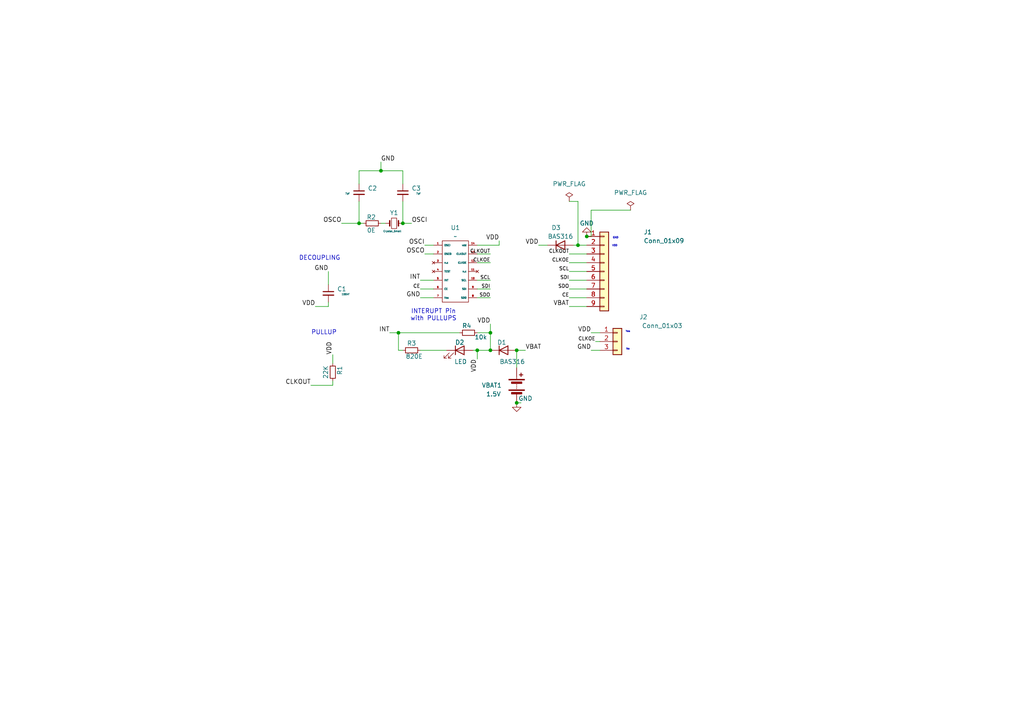
<source format=kicad_sch>
(kicad_sch
	(version 20231120)
	(generator "eeschema")
	(generator_version "8.0")
	(uuid "75b1208d-a3c8-4426-b94d-d268bbd8a74d")
	(paper "A4")
	(lib_symbols
		(symbol "Connector_Generic:Conn_01x03"
			(pin_names
				(offset 1.016) hide)
			(exclude_from_sim no)
			(in_bom yes)
			(on_board yes)
			(property "Reference" "J"
				(at 0 5.08 0)
				(effects
					(font
						(size 1.27 1.27)
					)
				)
			)
			(property "Value" "Conn_01x03"
				(at 0 -5.08 0)
				(effects
					(font
						(size 1.27 1.27)
					)
				)
			)
			(property "Footprint" ""
				(at 0 0 0)
				(effects
					(font
						(size 1.27 1.27)
					)
					(hide yes)
				)
			)
			(property "Datasheet" "~"
				(at 0 0 0)
				(effects
					(font
						(size 1.27 1.27)
					)
					(hide yes)
				)
			)
			(property "Description" "Generic connector, single row, 01x03, script generated (kicad-library-utils/schlib/autogen/connector/)"
				(at 0 0 0)
				(effects
					(font
						(size 1.27 1.27)
					)
					(hide yes)
				)
			)
			(property "ki_keywords" "connector"
				(at 0 0 0)
				(effects
					(font
						(size 1.27 1.27)
					)
					(hide yes)
				)
			)
			(property "ki_fp_filters" "Connector*:*_1x??_*"
				(at 0 0 0)
				(effects
					(font
						(size 1.27 1.27)
					)
					(hide yes)
				)
			)
			(symbol "Conn_01x03_1_1"
				(rectangle
					(start -1.27 -2.413)
					(end 0 -2.667)
					(stroke
						(width 0.1524)
						(type default)
					)
					(fill
						(type none)
					)
				)
				(rectangle
					(start -1.27 0.127)
					(end 0 -0.127)
					(stroke
						(width 0.1524)
						(type default)
					)
					(fill
						(type none)
					)
				)
				(rectangle
					(start -1.27 2.667)
					(end 0 2.413)
					(stroke
						(width 0.1524)
						(type default)
					)
					(fill
						(type none)
					)
				)
				(rectangle
					(start -1.27 3.81)
					(end 1.27 -3.81)
					(stroke
						(width 0.254)
						(type default)
					)
					(fill
						(type background)
					)
				)
				(pin passive line
					(at -5.08 2.54 0)
					(length 3.81)
					(name "Pin_1"
						(effects
							(font
								(size 1.27 1.27)
							)
						)
					)
					(number "1"
						(effects
							(font
								(size 1.27 1.27)
							)
						)
					)
				)
				(pin passive line
					(at -5.08 0 0)
					(length 3.81)
					(name "Pin_2"
						(effects
							(font
								(size 1.27 1.27)
							)
						)
					)
					(number "2"
						(effects
							(font
								(size 1.27 1.27)
							)
						)
					)
				)
				(pin passive line
					(at -5.08 -2.54 0)
					(length 3.81)
					(name "Pin_3"
						(effects
							(font
								(size 1.27 1.27)
							)
						)
					)
					(number "3"
						(effects
							(font
								(size 1.27 1.27)
							)
						)
					)
				)
			)
		)
		(symbol "Connector_Generic:Conn_01x09"
			(pin_names
				(offset 1.016) hide)
			(exclude_from_sim no)
			(in_bom yes)
			(on_board yes)
			(property "Reference" "J"
				(at 0 12.7 0)
				(effects
					(font
						(size 1.27 1.27)
					)
				)
			)
			(property "Value" "Conn_01x09"
				(at 0 -12.7 0)
				(effects
					(font
						(size 1.27 1.27)
					)
				)
			)
			(property "Footprint" ""
				(at 0 0 0)
				(effects
					(font
						(size 1.27 1.27)
					)
					(hide yes)
				)
			)
			(property "Datasheet" "~"
				(at 0 0 0)
				(effects
					(font
						(size 1.27 1.27)
					)
					(hide yes)
				)
			)
			(property "Description" "Generic connector, single row, 01x09, script generated (kicad-library-utils/schlib/autogen/connector/)"
				(at 0 0 0)
				(effects
					(font
						(size 1.27 1.27)
					)
					(hide yes)
				)
			)
			(property "ki_keywords" "connector"
				(at 0 0 0)
				(effects
					(font
						(size 1.27 1.27)
					)
					(hide yes)
				)
			)
			(property "ki_fp_filters" "Connector*:*_1x??_*"
				(at 0 0 0)
				(effects
					(font
						(size 1.27 1.27)
					)
					(hide yes)
				)
			)
			(symbol "Conn_01x09_1_1"
				(rectangle
					(start -1.27 -10.033)
					(end 0 -10.287)
					(stroke
						(width 0.1524)
						(type default)
					)
					(fill
						(type none)
					)
				)
				(rectangle
					(start -1.27 -7.493)
					(end 0 -7.747)
					(stroke
						(width 0.1524)
						(type default)
					)
					(fill
						(type none)
					)
				)
				(rectangle
					(start -1.27 -4.953)
					(end 0 -5.207)
					(stroke
						(width 0.1524)
						(type default)
					)
					(fill
						(type none)
					)
				)
				(rectangle
					(start -1.27 -2.413)
					(end 0 -2.667)
					(stroke
						(width 0.1524)
						(type default)
					)
					(fill
						(type none)
					)
				)
				(rectangle
					(start -1.27 0.127)
					(end 0 -0.127)
					(stroke
						(width 0.1524)
						(type default)
					)
					(fill
						(type none)
					)
				)
				(rectangle
					(start -1.27 2.667)
					(end 0 2.413)
					(stroke
						(width 0.1524)
						(type default)
					)
					(fill
						(type none)
					)
				)
				(rectangle
					(start -1.27 5.207)
					(end 0 4.953)
					(stroke
						(width 0.1524)
						(type default)
					)
					(fill
						(type none)
					)
				)
				(rectangle
					(start -1.27 7.747)
					(end 0 7.493)
					(stroke
						(width 0.1524)
						(type default)
					)
					(fill
						(type none)
					)
				)
				(rectangle
					(start -1.27 10.287)
					(end 0 10.033)
					(stroke
						(width 0.1524)
						(type default)
					)
					(fill
						(type none)
					)
				)
				(rectangle
					(start -1.27 11.43)
					(end 1.27 -11.43)
					(stroke
						(width 0.254)
						(type default)
					)
					(fill
						(type background)
					)
				)
				(pin passive line
					(at -5.08 10.16 0)
					(length 3.81)
					(name "Pin_1"
						(effects
							(font
								(size 1.27 1.27)
							)
						)
					)
					(number "1"
						(effects
							(font
								(size 1.27 1.27)
							)
						)
					)
				)
				(pin passive line
					(at -5.08 7.62 0)
					(length 3.81)
					(name "Pin_2"
						(effects
							(font
								(size 1.27 1.27)
							)
						)
					)
					(number "2"
						(effects
							(font
								(size 1.27 1.27)
							)
						)
					)
				)
				(pin passive line
					(at -5.08 5.08 0)
					(length 3.81)
					(name "Pin_3"
						(effects
							(font
								(size 1.27 1.27)
							)
						)
					)
					(number "3"
						(effects
							(font
								(size 1.27 1.27)
							)
						)
					)
				)
				(pin passive line
					(at -5.08 2.54 0)
					(length 3.81)
					(name "Pin_4"
						(effects
							(font
								(size 1.27 1.27)
							)
						)
					)
					(number "4"
						(effects
							(font
								(size 1.27 1.27)
							)
						)
					)
				)
				(pin passive line
					(at -5.08 0 0)
					(length 3.81)
					(name "Pin_5"
						(effects
							(font
								(size 1.27 1.27)
							)
						)
					)
					(number "5"
						(effects
							(font
								(size 1.27 1.27)
							)
						)
					)
				)
				(pin passive line
					(at -5.08 -2.54 0)
					(length 3.81)
					(name "Pin_6"
						(effects
							(font
								(size 1.27 1.27)
							)
						)
					)
					(number "6"
						(effects
							(font
								(size 1.27 1.27)
							)
						)
					)
				)
				(pin passive line
					(at -5.08 -5.08 0)
					(length 3.81)
					(name "Pin_7"
						(effects
							(font
								(size 1.27 1.27)
							)
						)
					)
					(number "7"
						(effects
							(font
								(size 1.27 1.27)
							)
						)
					)
				)
				(pin passive line
					(at -5.08 -7.62 0)
					(length 3.81)
					(name "Pin_8"
						(effects
							(font
								(size 1.27 1.27)
							)
						)
					)
					(number "8"
						(effects
							(font
								(size 1.27 1.27)
							)
						)
					)
				)
				(pin passive line
					(at -5.08 -10.16 0)
					(length 3.81)
					(name "Pin_9"
						(effects
							(font
								(size 1.27 1.27)
							)
						)
					)
					(number "9"
						(effects
							(font
								(size 1.27 1.27)
							)
						)
					)
				)
			)
		)
		(symbol "Device:Battery"
			(pin_numbers hide)
			(pin_names
				(offset 0) hide)
			(exclude_from_sim no)
			(in_bom yes)
			(on_board yes)
			(property "Reference" "BT"
				(at 2.54 2.54 0)
				(effects
					(font
						(size 1.27 1.27)
					)
					(justify left)
				)
			)
			(property "Value" "Battery"
				(at 2.54 0 0)
				(effects
					(font
						(size 1.27 1.27)
					)
					(justify left)
				)
			)
			(property "Footprint" ""
				(at 0 1.524 90)
				(effects
					(font
						(size 1.27 1.27)
					)
					(hide yes)
				)
			)
			(property "Datasheet" "~"
				(at 0 1.524 90)
				(effects
					(font
						(size 1.27 1.27)
					)
					(hide yes)
				)
			)
			(property "Description" "Multiple-cell battery"
				(at 0 0 0)
				(effects
					(font
						(size 1.27 1.27)
					)
					(hide yes)
				)
			)
			(property "ki_keywords" "batt voltage-source cell"
				(at 0 0 0)
				(effects
					(font
						(size 1.27 1.27)
					)
					(hide yes)
				)
			)
			(symbol "Battery_0_1"
				(rectangle
					(start -2.286 -1.27)
					(end 2.286 -1.524)
					(stroke
						(width 0)
						(type default)
					)
					(fill
						(type outline)
					)
				)
				(rectangle
					(start -2.286 1.778)
					(end 2.286 1.524)
					(stroke
						(width 0)
						(type default)
					)
					(fill
						(type outline)
					)
				)
				(rectangle
					(start -1.524 -2.032)
					(end 1.524 -2.54)
					(stroke
						(width 0)
						(type default)
					)
					(fill
						(type outline)
					)
				)
				(rectangle
					(start -1.524 1.016)
					(end 1.524 0.508)
					(stroke
						(width 0)
						(type default)
					)
					(fill
						(type outline)
					)
				)
				(polyline
					(pts
						(xy 0 -1.016) (xy 0 -0.762)
					)
					(stroke
						(width 0)
						(type default)
					)
					(fill
						(type none)
					)
				)
				(polyline
					(pts
						(xy 0 -0.508) (xy 0 -0.254)
					)
					(stroke
						(width 0)
						(type default)
					)
					(fill
						(type none)
					)
				)
				(polyline
					(pts
						(xy 0 0) (xy 0 0.254)
					)
					(stroke
						(width 0)
						(type default)
					)
					(fill
						(type none)
					)
				)
				(polyline
					(pts
						(xy 0 1.778) (xy 0 2.54)
					)
					(stroke
						(width 0)
						(type default)
					)
					(fill
						(type none)
					)
				)
				(polyline
					(pts
						(xy 0.762 3.048) (xy 1.778 3.048)
					)
					(stroke
						(width 0.254)
						(type default)
					)
					(fill
						(type none)
					)
				)
				(polyline
					(pts
						(xy 1.27 3.556) (xy 1.27 2.54)
					)
					(stroke
						(width 0.254)
						(type default)
					)
					(fill
						(type none)
					)
				)
			)
			(symbol "Battery_1_1"
				(pin passive line
					(at 0 5.08 270)
					(length 2.54)
					(name "+"
						(effects
							(font
								(size 1.27 1.27)
							)
						)
					)
					(number "1"
						(effects
							(font
								(size 1.27 1.27)
							)
						)
					)
				)
				(pin passive line
					(at 0 -5.08 90)
					(length 2.54)
					(name "-"
						(effects
							(font
								(size 1.27 1.27)
							)
						)
					)
					(number "2"
						(effects
							(font
								(size 1.27 1.27)
							)
						)
					)
				)
			)
		)
		(symbol "Device:C_Small"
			(pin_numbers hide)
			(pin_names
				(offset 0.254) hide)
			(exclude_from_sim no)
			(in_bom yes)
			(on_board yes)
			(property "Reference" "C"
				(at 0.254 1.778 0)
				(effects
					(font
						(size 1.27 1.27)
					)
					(justify left)
				)
			)
			(property "Value" "C_Small"
				(at 0.254 -2.032 0)
				(effects
					(font
						(size 1.27 1.27)
					)
					(justify left)
				)
			)
			(property "Footprint" ""
				(at 0 0 0)
				(effects
					(font
						(size 1.27 1.27)
					)
					(hide yes)
				)
			)
			(property "Datasheet" "~"
				(at 0 0 0)
				(effects
					(font
						(size 1.27 1.27)
					)
					(hide yes)
				)
			)
			(property "Description" "Unpolarized capacitor, small symbol"
				(at 0 0 0)
				(effects
					(font
						(size 1.27 1.27)
					)
					(hide yes)
				)
			)
			(property "ki_keywords" "capacitor cap"
				(at 0 0 0)
				(effects
					(font
						(size 1.27 1.27)
					)
					(hide yes)
				)
			)
			(property "ki_fp_filters" "C_*"
				(at 0 0 0)
				(effects
					(font
						(size 1.27 1.27)
					)
					(hide yes)
				)
			)
			(symbol "C_Small_0_1"
				(polyline
					(pts
						(xy -1.524 -0.508) (xy 1.524 -0.508)
					)
					(stroke
						(width 0.3302)
						(type default)
					)
					(fill
						(type none)
					)
				)
				(polyline
					(pts
						(xy -1.524 0.508) (xy 1.524 0.508)
					)
					(stroke
						(width 0.3048)
						(type default)
					)
					(fill
						(type none)
					)
				)
			)
			(symbol "C_Small_1_1"
				(pin passive line
					(at 0 2.54 270)
					(length 2.032)
					(name "~"
						(effects
							(font
								(size 1.27 1.27)
							)
						)
					)
					(number "1"
						(effects
							(font
								(size 1.27 1.27)
							)
						)
					)
				)
				(pin passive line
					(at 0 -2.54 90)
					(length 2.032)
					(name "~"
						(effects
							(font
								(size 1.27 1.27)
							)
						)
					)
					(number "2"
						(effects
							(font
								(size 1.27 1.27)
							)
						)
					)
				)
			)
		)
		(symbol "Device:Crystal_Small"
			(pin_numbers hide)
			(pin_names
				(offset 1.016) hide)
			(exclude_from_sim no)
			(in_bom yes)
			(on_board yes)
			(property "Reference" "Y"
				(at 0 2.54 0)
				(effects
					(font
						(size 1.27 1.27)
					)
				)
			)
			(property "Value" "Crystal_Small"
				(at 0 -2.54 0)
				(effects
					(font
						(size 1.27 1.27)
					)
				)
			)
			(property "Footprint" ""
				(at 0 0 0)
				(effects
					(font
						(size 1.27 1.27)
					)
					(hide yes)
				)
			)
			(property "Datasheet" "~"
				(at 0 0 0)
				(effects
					(font
						(size 1.27 1.27)
					)
					(hide yes)
				)
			)
			(property "Description" "Two pin crystal, small symbol"
				(at 0 0 0)
				(effects
					(font
						(size 1.27 1.27)
					)
					(hide yes)
				)
			)
			(property "ki_keywords" "quartz ceramic resonator oscillator"
				(at 0 0 0)
				(effects
					(font
						(size 1.27 1.27)
					)
					(hide yes)
				)
			)
			(property "ki_fp_filters" "Crystal*"
				(at 0 0 0)
				(effects
					(font
						(size 1.27 1.27)
					)
					(hide yes)
				)
			)
			(symbol "Crystal_Small_0_1"
				(rectangle
					(start -0.762 -1.524)
					(end 0.762 1.524)
					(stroke
						(width 0)
						(type default)
					)
					(fill
						(type none)
					)
				)
				(polyline
					(pts
						(xy -1.27 -0.762) (xy -1.27 0.762)
					)
					(stroke
						(width 0.381)
						(type default)
					)
					(fill
						(type none)
					)
				)
				(polyline
					(pts
						(xy 1.27 -0.762) (xy 1.27 0.762)
					)
					(stroke
						(width 0.381)
						(type default)
					)
					(fill
						(type none)
					)
				)
			)
			(symbol "Crystal_Small_1_1"
				(pin passive line
					(at -2.54 0 0)
					(length 1.27)
					(name "1"
						(effects
							(font
								(size 1.27 1.27)
							)
						)
					)
					(number "1"
						(effects
							(font
								(size 1.27 1.27)
							)
						)
					)
				)
				(pin passive line
					(at 2.54 0 180)
					(length 1.27)
					(name "2"
						(effects
							(font
								(size 1.27 1.27)
							)
						)
					)
					(number "2"
						(effects
							(font
								(size 1.27 1.27)
							)
						)
					)
				)
			)
		)
		(symbol "Device:LED"
			(pin_numbers hide)
			(pin_names
				(offset 1.016) hide)
			(exclude_from_sim no)
			(in_bom yes)
			(on_board yes)
			(property "Reference" "D"
				(at 0 2.54 0)
				(effects
					(font
						(size 1.27 1.27)
					)
				)
			)
			(property "Value" "LED"
				(at 0 -2.54 0)
				(effects
					(font
						(size 1.27 1.27)
					)
				)
			)
			(property "Footprint" ""
				(at 0 0 0)
				(effects
					(font
						(size 1.27 1.27)
					)
					(hide yes)
				)
			)
			(property "Datasheet" "~"
				(at 0 0 0)
				(effects
					(font
						(size 1.27 1.27)
					)
					(hide yes)
				)
			)
			(property "Description" "Light emitting diode"
				(at 0 0 0)
				(effects
					(font
						(size 1.27 1.27)
					)
					(hide yes)
				)
			)
			(property "ki_keywords" "LED diode"
				(at 0 0 0)
				(effects
					(font
						(size 1.27 1.27)
					)
					(hide yes)
				)
			)
			(property "ki_fp_filters" "LED* LED_SMD:* LED_THT:*"
				(at 0 0 0)
				(effects
					(font
						(size 1.27 1.27)
					)
					(hide yes)
				)
			)
			(symbol "LED_0_1"
				(polyline
					(pts
						(xy -1.27 -1.27) (xy -1.27 1.27)
					)
					(stroke
						(width 0.254)
						(type default)
					)
					(fill
						(type none)
					)
				)
				(polyline
					(pts
						(xy -1.27 0) (xy 1.27 0)
					)
					(stroke
						(width 0)
						(type default)
					)
					(fill
						(type none)
					)
				)
				(polyline
					(pts
						(xy 1.27 -1.27) (xy 1.27 1.27) (xy -1.27 0) (xy 1.27 -1.27)
					)
					(stroke
						(width 0.254)
						(type default)
					)
					(fill
						(type none)
					)
				)
				(polyline
					(pts
						(xy -3.048 -0.762) (xy -4.572 -2.286) (xy -3.81 -2.286) (xy -4.572 -2.286) (xy -4.572 -1.524)
					)
					(stroke
						(width 0)
						(type default)
					)
					(fill
						(type none)
					)
				)
				(polyline
					(pts
						(xy -1.778 -0.762) (xy -3.302 -2.286) (xy -2.54 -2.286) (xy -3.302 -2.286) (xy -3.302 -1.524)
					)
					(stroke
						(width 0)
						(type default)
					)
					(fill
						(type none)
					)
				)
			)
			(symbol "LED_1_1"
				(pin passive line
					(at -3.81 0 0)
					(length 2.54)
					(name "K"
						(effects
							(font
								(size 1.27 1.27)
							)
						)
					)
					(number "1"
						(effects
							(font
								(size 1.27 1.27)
							)
						)
					)
				)
				(pin passive line
					(at 3.81 0 180)
					(length 2.54)
					(name "A"
						(effects
							(font
								(size 1.27 1.27)
							)
						)
					)
					(number "2"
						(effects
							(font
								(size 1.27 1.27)
							)
						)
					)
				)
			)
		)
		(symbol "Device:R_Small"
			(pin_numbers hide)
			(pin_names
				(offset 0.254) hide)
			(exclude_from_sim no)
			(in_bom yes)
			(on_board yes)
			(property "Reference" "R"
				(at 0.762 0.508 0)
				(effects
					(font
						(size 1.27 1.27)
					)
					(justify left)
				)
			)
			(property "Value" "R_Small"
				(at 0.762 -1.016 0)
				(effects
					(font
						(size 1.27 1.27)
					)
					(justify left)
				)
			)
			(property "Footprint" ""
				(at 0 0 0)
				(effects
					(font
						(size 1.27 1.27)
					)
					(hide yes)
				)
			)
			(property "Datasheet" "~"
				(at 0 0 0)
				(effects
					(font
						(size 1.27 1.27)
					)
					(hide yes)
				)
			)
			(property "Description" "Resistor, small symbol"
				(at 0 0 0)
				(effects
					(font
						(size 1.27 1.27)
					)
					(hide yes)
				)
			)
			(property "ki_keywords" "R resistor"
				(at 0 0 0)
				(effects
					(font
						(size 1.27 1.27)
					)
					(hide yes)
				)
			)
			(property "ki_fp_filters" "R_*"
				(at 0 0 0)
				(effects
					(font
						(size 1.27 1.27)
					)
					(hide yes)
				)
			)
			(symbol "R_Small_0_1"
				(rectangle
					(start -0.762 1.778)
					(end 0.762 -1.778)
					(stroke
						(width 0.2032)
						(type default)
					)
					(fill
						(type none)
					)
				)
			)
			(symbol "R_Small_1_1"
				(pin passive line
					(at 0 2.54 270)
					(length 0.762)
					(name "~"
						(effects
							(font
								(size 1.27 1.27)
							)
						)
					)
					(number "1"
						(effects
							(font
								(size 1.27 1.27)
							)
						)
					)
				)
				(pin passive line
					(at 0 -2.54 90)
					(length 0.762)
					(name "~"
						(effects
							(font
								(size 1.27 1.27)
							)
						)
					)
					(number "2"
						(effects
							(font
								(size 1.27 1.27)
							)
						)
					)
				)
			)
		)
		(symbol "Diode:BAS316"
			(pin_numbers hide)
			(pin_names hide)
			(exclude_from_sim no)
			(in_bom yes)
			(on_board yes)
			(property "Reference" "D"
				(at 0 2.54 0)
				(effects
					(font
						(size 1.27 1.27)
					)
				)
			)
			(property "Value" "BAS316"
				(at 0 -2.54 0)
				(effects
					(font
						(size 1.27 1.27)
					)
				)
			)
			(property "Footprint" "Diode_SMD:D_SOD-323"
				(at 0 -4.445 0)
				(effects
					(font
						(size 1.27 1.27)
					)
					(hide yes)
				)
			)
			(property "Datasheet" "https://assets.nexperia.com/documents/data-sheet/BAS16_SER.pdf"
				(at 0 0 0)
				(effects
					(font
						(size 1.27 1.27)
					)
					(hide yes)
				)
			)
			(property "Description" "100V, 0.25A, High-speed Switching Diode, SOD-323"
				(at 0 0 0)
				(effects
					(font
						(size 1.27 1.27)
					)
					(hide yes)
				)
			)
			(property "Sim.Device" "D"
				(at 0 0 0)
				(effects
					(font
						(size 1.27 1.27)
					)
					(hide yes)
				)
			)
			(property "Sim.Pins" "1=K 2=A"
				(at 0 0 0)
				(effects
					(font
						(size 1.27 1.27)
					)
					(hide yes)
				)
			)
			(property "ki_keywords" "diode"
				(at 0 0 0)
				(effects
					(font
						(size 1.27 1.27)
					)
					(hide yes)
				)
			)
			(property "ki_fp_filters" "D*SOD?323*"
				(at 0 0 0)
				(effects
					(font
						(size 1.27 1.27)
					)
					(hide yes)
				)
			)
			(symbol "BAS316_0_1"
				(polyline
					(pts
						(xy -1.27 1.27) (xy -1.27 -1.27)
					)
					(stroke
						(width 0.254)
						(type default)
					)
					(fill
						(type none)
					)
				)
				(polyline
					(pts
						(xy 1.27 0) (xy -1.27 0)
					)
					(stroke
						(width 0)
						(type default)
					)
					(fill
						(type none)
					)
				)
				(polyline
					(pts
						(xy 1.27 1.27) (xy 1.27 -1.27) (xy -1.27 0) (xy 1.27 1.27)
					)
					(stroke
						(width 0.254)
						(type default)
					)
					(fill
						(type none)
					)
				)
			)
			(symbol "BAS316_1_1"
				(pin passive line
					(at -3.81 0 0)
					(length 2.54)
					(name "K"
						(effects
							(font
								(size 1.27 1.27)
							)
						)
					)
					(number "1"
						(effects
							(font
								(size 1.27 1.27)
							)
						)
					)
				)
				(pin passive line
					(at 3.81 0 180)
					(length 2.54)
					(name "A"
						(effects
							(font
								(size 1.27 1.27)
							)
						)
					)
					(number "2"
						(effects
							(font
								(size 1.27 1.27)
							)
						)
					)
				)
			)
		)
		(symbol "PCF2123TS_RTC:PCF2123TS_RTC"
			(exclude_from_sim no)
			(in_bom yes)
			(on_board yes)
			(property "Reference" "U"
				(at -2.286 12.192 0)
				(effects
					(font
						(size 1.27 1.27)
					)
				)
			)
			(property "Value" ""
				(at -8.89 3.81 0)
				(effects
					(font
						(size 1.27 1.27)
					)
				)
			)
			(property "Footprint" "Library:PCF2123TS_RTC"
				(at -6.35 14.478 0)
				(effects
					(font
						(size 1.27 1.27)
					)
					(hide yes)
				)
			)
			(property "Datasheet" ""
				(at -8.89 3.81 0)
				(effects
					(font
						(size 1.27 1.27)
					)
					(hide yes)
				)
			)
			(property "Description" ""
				(at -8.89 3.81 0)
				(effects
					(font
						(size 1.27 1.27)
					)
					(hide yes)
				)
			)
			(symbol "PCF2123TS_RTC_1_1"
				(text_box ""
					(at -6.35 10.16 0)
					(size 7.62 -17.78)
					(stroke
						(width 0)
						(type default)
					)
					(fill
						(type none)
					)
					(effects
						(font
							(size 1.27 1.27)
						)
						(justify left top)
					)
				)
				(pin input line
					(at -8.89 8.89 0)
					(length 2.54)
					(name "OSCI"
						(effects
							(font
								(size 0.508 0.508)
							)
						)
					)
					(number "1"
						(effects
							(font
								(size 0.508 0.508)
							)
						)
					)
				)
				(pin input line
					(at 3.81 -1.27 180)
					(length 2.54)
					(name "SCL"
						(effects
							(font
								(size 0.508 0.508)
							)
						)
					)
					(number "10"
						(effects
							(font
								(size 0.508 0.508)
							)
						)
					)
				)
				(pin no_connect line
					(at 3.81 1.27 180)
					(length 2.54)
					(name "n.c"
						(effects
							(font
								(size 0.508 0.508)
							)
						)
					)
					(number "11"
						(effects
							(font
								(size 0.508 0.508)
							)
						)
					)
				)
				(pin bidirectional line
					(at 3.81 3.81 180)
					(length 2.54)
					(name "CLKOE"
						(effects
							(font
								(size 0.508 0.508)
							)
						)
					)
					(number "12"
						(effects
							(font
								(size 0.508 0.508)
							)
						)
					)
				)
				(pin output line
					(at 3.81 6.35 180)
					(length 2.54)
					(name "CLKOUT"
						(effects
							(font
								(size 0.508 0.508)
							)
						)
					)
					(number "13"
						(effects
							(font
								(size 0.508 0.508)
							)
						)
					)
				)
				(pin power_in line
					(at 3.81 8.89 180)
					(length 2.54)
					(name "vdd"
						(effects
							(font
								(size 0.508 0.508)
							)
						)
					)
					(number "14"
						(effects
							(font
								(size 0.508 0.508)
							)
						)
					)
				)
				(pin output line
					(at -8.89 6.35 0)
					(length 2.54)
					(name "OSCO"
						(effects
							(font
								(size 0.508 0.508)
							)
						)
					)
					(number "2"
						(effects
							(font
								(size 0.508 0.508)
							)
						)
					)
				)
				(pin no_connect line
					(at -8.89 3.81 0)
					(length 2.54)
					(name "n.c"
						(effects
							(font
								(size 0.508 0.508)
							)
						)
					)
					(number "3"
						(effects
							(font
								(size 0.508 0.508)
							)
						)
					)
				)
				(pin no_connect line
					(at -8.89 1.27 0)
					(length 2.54)
					(name "TEST"
						(effects
							(font
								(size 0.508 0.508)
							)
						)
					)
					(number "4"
						(effects
							(font
								(size 0.508 0.508)
							)
						)
					)
				)
				(pin output line
					(at -8.89 -1.27 0)
					(length 2.54)
					(name "INT"
						(effects
							(font
								(size 0.508 0.508)
							)
						)
					)
					(number "5"
						(effects
							(font
								(size 0.508 0.508)
							)
						)
					)
				)
				(pin input line
					(at -8.89 -3.81 0)
					(length 2.54)
					(name "CE"
						(effects
							(font
								(size 0.508 0.508)
							)
						)
					)
					(number "6"
						(effects
							(font
								(size 0.508 0.508)
							)
						)
					)
				)
				(pin power_in line
					(at -8.89 -6.35 0)
					(length 2.54)
					(name "Vss"
						(effects
							(font
								(size 0.508 0.508)
							)
						)
					)
					(number "7"
						(effects
							(font
								(size 0.508 0.508)
							)
						)
					)
				)
				(pin output line
					(at 3.81 -6.35 180)
					(length 2.54)
					(name "SDO"
						(effects
							(font
								(size 0.508 0.508)
							)
						)
					)
					(number "8"
						(effects
							(font
								(size 0.508 0.508)
							)
						)
					)
				)
				(pin input line
					(at 3.81 -3.81 180)
					(length 2.54)
					(name "SDI"
						(effects
							(font
								(size 0.508 0.508)
							)
						)
					)
					(number "9"
						(effects
							(font
								(size 0.508 0.508)
							)
						)
					)
				)
			)
		)
		(symbol "power:GND"
			(power)
			(pin_numbers hide)
			(pin_names
				(offset 0) hide)
			(exclude_from_sim no)
			(in_bom yes)
			(on_board yes)
			(property "Reference" "#PWR"
				(at 0 -6.35 0)
				(effects
					(font
						(size 1.27 1.27)
					)
					(hide yes)
				)
			)
			(property "Value" "GND"
				(at 0 -3.81 0)
				(effects
					(font
						(size 1.27 1.27)
					)
				)
			)
			(property "Footprint" ""
				(at 0 0 0)
				(effects
					(font
						(size 1.27 1.27)
					)
					(hide yes)
				)
			)
			(property "Datasheet" ""
				(at 0 0 0)
				(effects
					(font
						(size 1.27 1.27)
					)
					(hide yes)
				)
			)
			(property "Description" "Power symbol creates a global label with name \"GND\" , ground"
				(at 0 0 0)
				(effects
					(font
						(size 1.27 1.27)
					)
					(hide yes)
				)
			)
			(property "ki_keywords" "global power"
				(at 0 0 0)
				(effects
					(font
						(size 1.27 1.27)
					)
					(hide yes)
				)
			)
			(symbol "GND_0_1"
				(polyline
					(pts
						(xy 0 0) (xy 0 -1.27) (xy 1.27 -1.27) (xy 0 -2.54) (xy -1.27 -1.27) (xy 0 -1.27)
					)
					(stroke
						(width 0)
						(type default)
					)
					(fill
						(type none)
					)
				)
			)
			(symbol "GND_1_1"
				(pin power_in line
					(at 0 0 270)
					(length 0)
					(name "~"
						(effects
							(font
								(size 1.27 1.27)
							)
						)
					)
					(number "1"
						(effects
							(font
								(size 1.27 1.27)
							)
						)
					)
				)
			)
		)
		(symbol "power:PWR_FLAG"
			(power)
			(pin_numbers hide)
			(pin_names
				(offset 0) hide)
			(exclude_from_sim no)
			(in_bom yes)
			(on_board yes)
			(property "Reference" "#FLG"
				(at 0 1.905 0)
				(effects
					(font
						(size 1.27 1.27)
					)
					(hide yes)
				)
			)
			(property "Value" "PWR_FLAG"
				(at 0 3.81 0)
				(effects
					(font
						(size 1.27 1.27)
					)
				)
			)
			(property "Footprint" ""
				(at 0 0 0)
				(effects
					(font
						(size 1.27 1.27)
					)
					(hide yes)
				)
			)
			(property "Datasheet" "~"
				(at 0 0 0)
				(effects
					(font
						(size 1.27 1.27)
					)
					(hide yes)
				)
			)
			(property "Description" "Special symbol for telling ERC where power comes from"
				(at 0 0 0)
				(effects
					(font
						(size 1.27 1.27)
					)
					(hide yes)
				)
			)
			(property "ki_keywords" "flag power"
				(at 0 0 0)
				(effects
					(font
						(size 1.27 1.27)
					)
					(hide yes)
				)
			)
			(symbol "PWR_FLAG_0_0"
				(pin power_out line
					(at 0 0 90)
					(length 0)
					(name "~"
						(effects
							(font
								(size 1.27 1.27)
							)
						)
					)
					(number "1"
						(effects
							(font
								(size 1.27 1.27)
							)
						)
					)
				)
			)
			(symbol "PWR_FLAG_0_1"
				(polyline
					(pts
						(xy 0 0) (xy 0 1.27) (xy -1.016 1.905) (xy 0 2.54) (xy 1.016 1.905) (xy 0 1.27)
					)
					(stroke
						(width 0)
						(type default)
					)
					(fill
						(type none)
					)
				)
			)
		)
	)
	(junction
		(at 170.18 68.58)
		(diameter 0)
		(color 0 0 0 0)
		(uuid "0c775d87-100c-4a6b-988b-b3432e8b687d")
	)
	(junction
		(at 149.86 116.84)
		(diameter 0)
		(color 0 0 0 0)
		(uuid "0f0f76d9-a16d-4dde-b990-f7bf944bf3ab")
	)
	(junction
		(at 116.84 64.77)
		(diameter 0)
		(color 0 0 0 0)
		(uuid "1d9e3dd7-fa61-4a75-91e3-a104b3f63e7d")
	)
	(junction
		(at 138.43 101.6)
		(diameter 0)
		(color 0 0 0 0)
		(uuid "280aad59-ba72-46e3-93b1-73a74233dd66")
	)
	(junction
		(at 142.24 101.6)
		(diameter 0)
		(color 0 0 0 0)
		(uuid "40d1a427-7410-496a-9579-319ca89166cf")
	)
	(junction
		(at 115.57 96.52)
		(diameter 0)
		(color 0 0 0 0)
		(uuid "46e3e1ed-9745-4a26-9b28-6b8593eb4a4a")
	)
	(junction
		(at 167.64 71.12)
		(diameter 0)
		(color 0 0 0 0)
		(uuid "605c986b-cff0-4685-abab-b9ebbcf15114")
	)
	(junction
		(at 110.49 49.53)
		(diameter 0)
		(color 0 0 0 0)
		(uuid "82ba8f1e-de40-4ab0-9cb8-f0a1c38b05bb")
	)
	(junction
		(at 104.14 64.77)
		(diameter 0)
		(color 0 0 0 0)
		(uuid "85f5460c-a29c-4623-a286-a9a3dae22e31")
	)
	(junction
		(at 149.86 101.6)
		(diameter 0)
		(color 0 0 0 0)
		(uuid "d0850fae-cdd5-4365-8ce7-5301fc8a3150")
	)
	(junction
		(at 142.24 96.52)
		(diameter 0)
		(color 0 0 0 0)
		(uuid "e0058b00-5d08-40cb-a57b-4c4f8cfddf7d")
	)
	(wire
		(pts
			(xy 110.49 49.53) (xy 116.84 49.53)
		)
		(stroke
			(width 0)
			(type default)
		)
		(uuid "071153bc-54ec-434f-bafe-53992ba0baca")
	)
	(wire
		(pts
			(xy 167.64 71.12) (xy 170.18 71.12)
		)
		(stroke
			(width 0)
			(type default)
		)
		(uuid "0b1b9b3f-2a93-4502-9afb-85c02f2e1007")
	)
	(wire
		(pts
			(xy 165.1 76.2) (xy 170.18 76.2)
		)
		(stroke
			(width 0)
			(type default)
		)
		(uuid "0d6d09aa-3c17-41bd-8259-3532cd26b49f")
	)
	(wire
		(pts
			(xy 96.52 111.76) (xy 96.52 110.49)
		)
		(stroke
			(width 0)
			(type default)
		)
		(uuid "0f6d342f-a6e9-4524-aab6-9fbd0fb46df2")
	)
	(wire
		(pts
			(xy 138.43 76.2) (xy 142.24 76.2)
		)
		(stroke
			(width 0)
			(type default)
		)
		(uuid "0fc8540d-b869-4e90-8065-8bc5bba786bd")
	)
	(wire
		(pts
			(xy 138.43 101.6) (xy 142.24 101.6)
		)
		(stroke
			(width 0)
			(type default)
		)
		(uuid "1141f80e-1bec-499b-bec7-59a29971c9d3")
	)
	(wire
		(pts
			(xy 142.24 96.52) (xy 142.24 101.6)
		)
		(stroke
			(width 0)
			(type default)
		)
		(uuid "1692ab89-3790-4930-89c4-1b1a4a9fed0b")
	)
	(wire
		(pts
			(xy 165.1 58.42) (xy 167.64 58.42)
		)
		(stroke
			(width 0)
			(type default)
		)
		(uuid "18166474-09de-4a9d-a9ae-029483770461")
	)
	(wire
		(pts
			(xy 138.43 81.28) (xy 142.24 81.28)
		)
		(stroke
			(width 0)
			(type default)
		)
		(uuid "1a965502-4124-4ec9-a82f-43e13e06d370")
	)
	(wire
		(pts
			(xy 165.1 73.66) (xy 170.18 73.66)
		)
		(stroke
			(width 0)
			(type default)
		)
		(uuid "1e7c2e73-2eb4-4046-80ad-ab92615d726e")
	)
	(wire
		(pts
			(xy 156.21 71.12) (xy 158.75 71.12)
		)
		(stroke
			(width 0)
			(type default)
		)
		(uuid "20919065-21f3-41c2-b499-7e9fc79a16f3")
	)
	(wire
		(pts
			(xy 166.37 71.12) (xy 167.64 71.12)
		)
		(stroke
			(width 0)
			(type default)
		)
		(uuid "28120cdc-4f00-4780-9823-431343ffc1a5")
	)
	(wire
		(pts
			(xy 115.57 96.52) (xy 115.57 101.6)
		)
		(stroke
			(width 0)
			(type default)
		)
		(uuid "3459f874-774f-4f14-bb12-2ffb24c54c43")
	)
	(wire
		(pts
			(xy 171.45 96.52) (xy 173.99 96.52)
		)
		(stroke
			(width 0)
			(type default)
		)
		(uuid "387338aa-2334-4441-a9c2-2fcae3a28b50")
	)
	(wire
		(pts
			(xy 165.1 81.28) (xy 170.18 81.28)
		)
		(stroke
			(width 0)
			(type default)
		)
		(uuid "3981174f-fae3-4b85-9ec1-6cbcbd84e0cf")
	)
	(wire
		(pts
			(xy 165.1 83.82) (xy 170.18 83.82)
		)
		(stroke
			(width 0)
			(type default)
		)
		(uuid "3a12a0be-9e8a-48a1-b04d-4d1e84eb79a5")
	)
	(wire
		(pts
			(xy 149.86 101.6) (xy 152.4 101.6)
		)
		(stroke
			(width 0)
			(type default)
		)
		(uuid "3ab5f208-8003-44ee-a2a9-4bc4c2f01379")
	)
	(wire
		(pts
			(xy 151.13 116.84) (xy 149.86 116.84)
		)
		(stroke
			(width 0)
			(type default)
		)
		(uuid "3b0138f7-2a1c-4bb9-bf4f-c817fa6ef248")
	)
	(wire
		(pts
			(xy 104.14 53.34) (xy 104.14 49.53)
		)
		(stroke
			(width 0)
			(type default)
		)
		(uuid "3b232179-c23c-401e-ba0e-da867feca199")
	)
	(wire
		(pts
			(xy 182.88 60.96) (xy 171.45 60.96)
		)
		(stroke
			(width 0)
			(type default)
		)
		(uuid "3eb264ac-c39d-4307-b270-af6dd1f06ac7")
	)
	(wire
		(pts
			(xy 138.43 96.52) (xy 142.24 96.52)
		)
		(stroke
			(width 0)
			(type default)
		)
		(uuid "423db381-0d7e-449d-8e81-3aa709c5ef94")
	)
	(wire
		(pts
			(xy 121.92 101.6) (xy 129.54 101.6)
		)
		(stroke
			(width 0)
			(type default)
		)
		(uuid "45386010-979b-4c15-b600-315c369d460f")
	)
	(wire
		(pts
			(xy 90.17 111.76) (xy 96.52 111.76)
		)
		(stroke
			(width 0)
			(type default)
		)
		(uuid "4c1e1180-db26-494f-b7c4-b531a8d2b35c")
	)
	(wire
		(pts
			(xy 149.86 106.68) (xy 149.86 101.6)
		)
		(stroke
			(width 0)
			(type default)
		)
		(uuid "4ea98b75-0080-4a4a-bc56-0474f9993f03")
	)
	(wire
		(pts
			(xy 104.14 49.53) (xy 110.49 49.53)
		)
		(stroke
			(width 0)
			(type default)
		)
		(uuid "58969377-3c6d-4f27-8418-4f6ba1a3c38e")
	)
	(wire
		(pts
			(xy 144.78 69.85) (xy 144.78 71.12)
		)
		(stroke
			(width 0)
			(type default)
		)
		(uuid "5b21fa75-3b15-4cba-a7fa-726fc9be3c05")
	)
	(wire
		(pts
			(xy 123.19 71.12) (xy 125.73 71.12)
		)
		(stroke
			(width 0)
			(type default)
		)
		(uuid "5c1a14b1-a41c-4052-93ea-fff1c3467807")
	)
	(wire
		(pts
			(xy 137.16 101.6) (xy 138.43 101.6)
		)
		(stroke
			(width 0)
			(type default)
		)
		(uuid "5df047e9-29ee-4467-b509-edd9b1607b79")
	)
	(wire
		(pts
			(xy 91.44 88.9) (xy 95.25 88.9)
		)
		(stroke
			(width 0)
			(type default)
		)
		(uuid "62301876-125f-4e99-9020-57c9321b1516")
	)
	(wire
		(pts
			(xy 104.14 58.42) (xy 104.14 64.77)
		)
		(stroke
			(width 0)
			(type default)
		)
		(uuid "63fee1d3-cfe8-4365-8afb-a4f35b4440ab")
	)
	(wire
		(pts
			(xy 171.45 60.96) (xy 171.45 68.58)
		)
		(stroke
			(width 0)
			(type default)
		)
		(uuid "65c91543-6ec9-4dfe-ae2d-e84b74f447de")
	)
	(wire
		(pts
			(xy 138.43 83.82) (xy 142.24 83.82)
		)
		(stroke
			(width 0)
			(type default)
		)
		(uuid "7b056b66-d235-450a-ab4b-c56ff189caa5")
	)
	(wire
		(pts
			(xy 110.49 46.99) (xy 110.49 49.53)
		)
		(stroke
			(width 0)
			(type default)
		)
		(uuid "7cc331d5-6d1f-49a5-9cbb-9516dd931df8")
	)
	(wire
		(pts
			(xy 116.84 58.42) (xy 116.84 64.77)
		)
		(stroke
			(width 0)
			(type default)
		)
		(uuid "7d4b6ed7-e0be-42ea-8763-644917945d37")
	)
	(wire
		(pts
			(xy 165.1 78.74) (xy 170.18 78.74)
		)
		(stroke
			(width 0)
			(type default)
		)
		(uuid "7ecde977-cb79-45a1-bd96-a006d7882dc6")
	)
	(wire
		(pts
			(xy 115.57 101.6) (xy 116.84 101.6)
		)
		(stroke
			(width 0)
			(type default)
		)
		(uuid "8050b4d8-ade2-4fe6-b4d1-2bdbb895e364")
	)
	(wire
		(pts
			(xy 171.45 68.58) (xy 170.18 68.58)
		)
		(stroke
			(width 0)
			(type default)
		)
		(uuid "82659339-49bc-4cd5-9e71-4447b121abbc")
	)
	(wire
		(pts
			(xy 165.1 88.9) (xy 170.18 88.9)
		)
		(stroke
			(width 0)
			(type default)
		)
		(uuid "8299e17d-487d-48d9-92c4-1df812ef65a9")
	)
	(wire
		(pts
			(xy 123.19 73.66) (xy 125.73 73.66)
		)
		(stroke
			(width 0)
			(type default)
		)
		(uuid "84d81a74-3224-47fb-b7d1-ee63d08ef9f1")
	)
	(wire
		(pts
			(xy 95.25 78.74) (xy 95.25 82.55)
		)
		(stroke
			(width 0)
			(type default)
		)
		(uuid "91035c62-bc03-4b3d-9c0b-d4d9560bc360")
	)
	(wire
		(pts
			(xy 171.45 101.6) (xy 173.99 101.6)
		)
		(stroke
			(width 0)
			(type default)
		)
		(uuid "923f31dc-1d9c-4984-9d29-978bfb1a4426")
	)
	(wire
		(pts
			(xy 138.43 86.36) (xy 142.24 86.36)
		)
		(stroke
			(width 0)
			(type default)
		)
		(uuid "94323c29-91ba-480a-962b-58d765636681")
	)
	(wire
		(pts
			(xy 104.14 64.77) (xy 105.41 64.77)
		)
		(stroke
			(width 0)
			(type default)
		)
		(uuid "9924d0ba-701f-49a2-a71c-86918f4bff41")
	)
	(wire
		(pts
			(xy 96.52 105.41) (xy 96.52 102.87)
		)
		(stroke
			(width 0)
			(type default)
		)
		(uuid "99cf2c52-9474-44ab-96e5-d0bcab6bab1c")
	)
	(wire
		(pts
			(xy 167.64 58.42) (xy 167.64 71.12)
		)
		(stroke
			(width 0)
			(type default)
		)
		(uuid "a43e9453-a21e-46fa-87a6-f2b1da689dc6")
	)
	(wire
		(pts
			(xy 138.43 101.6) (xy 138.43 104.14)
		)
		(stroke
			(width 0)
			(type default)
		)
		(uuid "a6a0d688-092d-4bfe-aa31-0c1c332e24fe")
	)
	(wire
		(pts
			(xy 116.84 64.77) (xy 119.38 64.77)
		)
		(stroke
			(width 0)
			(type default)
		)
		(uuid "abf708f0-89d8-4fab-a600-0f75e307da49")
	)
	(wire
		(pts
			(xy 138.43 71.12) (xy 144.78 71.12)
		)
		(stroke
			(width 0)
			(type default)
		)
		(uuid "ada5ab60-8205-49fa-93af-6425e6904747")
	)
	(wire
		(pts
			(xy 142.24 93.98) (xy 142.24 96.52)
		)
		(stroke
			(width 0)
			(type default)
		)
		(uuid "b070519a-4a7e-4a37-8996-501b8e37abac")
	)
	(wire
		(pts
			(xy 121.92 83.82) (xy 125.73 83.82)
		)
		(stroke
			(width 0)
			(type default)
		)
		(uuid "b49fda54-f7e0-4969-9d5a-3b5aa78c74d3")
	)
	(wire
		(pts
			(xy 110.49 64.77) (xy 111.76 64.77)
		)
		(stroke
			(width 0)
			(type default)
		)
		(uuid "b4c503a8-13ee-468e-adbf-b4673e8a4697")
	)
	(wire
		(pts
			(xy 99.06 64.77) (xy 104.14 64.77)
		)
		(stroke
			(width 0)
			(type default)
		)
		(uuid "bce6bc23-16d1-4fc3-a277-13c117a0a86d")
	)
	(wire
		(pts
			(xy 115.57 96.52) (xy 133.35 96.52)
		)
		(stroke
			(width 0)
			(type default)
		)
		(uuid "d4b5a7b5-ee05-4981-9f6e-92f2dc4cf1d9")
	)
	(wire
		(pts
			(xy 165.1 86.36) (xy 170.18 86.36)
		)
		(stroke
			(width 0)
			(type default)
		)
		(uuid "d51b4dcc-3781-4e79-a3b4-d090ac26ccc2")
	)
	(wire
		(pts
			(xy 113.03 96.52) (xy 115.57 96.52)
		)
		(stroke
			(width 0)
			(type default)
		)
		(uuid "d61519a8-4a4d-4986-a390-f681b3b24773")
	)
	(wire
		(pts
			(xy 172.72 99.06) (xy 173.99 99.06)
		)
		(stroke
			(width 0)
			(type default)
		)
		(uuid "dec0a28b-3ade-4aa8-8b82-b4e4a329a8b6")
	)
	(wire
		(pts
			(xy 95.25 88.9) (xy 95.25 87.63)
		)
		(stroke
			(width 0)
			(type default)
		)
		(uuid "e145d9ba-4226-4ed0-b4ef-29db349f4699")
	)
	(wire
		(pts
			(xy 121.92 86.36) (xy 125.73 86.36)
		)
		(stroke
			(width 0)
			(type default)
		)
		(uuid "ea1565c4-4d17-4d50-ac1c-f8fa083a2a8c")
	)
	(wire
		(pts
			(xy 138.43 73.66) (xy 142.24 73.66)
		)
		(stroke
			(width 0)
			(type default)
		)
		(uuid "ec25e359-b719-40a6-a2db-af0ad632cc61")
	)
	(wire
		(pts
			(xy 121.92 81.28) (xy 125.73 81.28)
		)
		(stroke
			(width 0)
			(type default)
		)
		(uuid "ee63d125-d7c4-4cb8-bdcf-6f1ba440eebd")
	)
	(wire
		(pts
			(xy 116.84 49.53) (xy 116.84 53.34)
		)
		(stroke
			(width 0)
			(type default)
		)
		(uuid "fe416f65-df07-463e-bce3-76ad441d7210")
	)
	(text "GND"
		(exclude_from_sim no)
		(at 178.562 69.088 0)
		(effects
			(font
				(size 0.508 0.508)
			)
		)
		(uuid "085eee6d-0d78-4f71-aeb9-582c5f3fa37e")
	)
	(text "PULLUP"
		(exclude_from_sim no)
		(at 93.98 96.52 0)
		(effects
			(font
				(size 1.27 1.27)
			)
		)
		(uuid "2312055d-d875-471b-8e54-138353c0fd29")
	)
	(text "INTERUPT Pin\nwith PULLUPS"
		(exclude_from_sim no)
		(at 125.73 91.44 0)
		(effects
			(font
				(size 1.27 1.27)
			)
		)
		(uuid "681f0ae3-579d-41f8-8e4e-04aba849c513")
	)
	(text "No"
		(exclude_from_sim no)
		(at 182.118 101.346 0)
		(effects
			(font
				(size 0.508 0.508)
			)
		)
		(uuid "a3de8639-7e12-408e-a78e-450d6b6595a0")
	)
	(text "DECOUPLING"
		(exclude_from_sim no)
		(at 92.71 74.93 0)
		(effects
			(font
				(size 1.27 1.27)
			)
		)
		(uuid "a5986902-a4cf-4264-9d1b-fb2a1602ffb8")
	)
	(text "VDD"
		(exclude_from_sim no)
		(at 178.308 71.374 0)
		(effects
			(font
				(size 0.508 0.508)
			)
		)
		(uuid "f25f99fc-7e66-4d92-b960-a106639b67bf")
	)
	(text "Yes"
		(exclude_from_sim no)
		(at 182.118 96.266 0)
		(effects
			(font
				(size 0.508 0.508)
			)
		)
		(uuid "fe673083-3508-4d48-b9c2-1daef7513884")
	)
	(label "SDI"
		(at 142.24 83.82 180)
		(fields_autoplaced yes)
		(effects
			(font
				(size 1.016 1.016)
			)
			(justify right bottom)
		)
		(uuid "13ee58df-676e-43fe-b8bb-fbc0ebd9ae29")
	)
	(label "INT"
		(at 121.92 81.28 180)
		(fields_autoplaced yes)
		(effects
			(font
				(size 1.27 1.27)
			)
			(justify right bottom)
		)
		(uuid "253f6d71-266b-4825-8f6a-45d16752f7b9")
	)
	(label "SCL"
		(at 165.1 78.74 180)
		(fields_autoplaced yes)
		(effects
			(font
				(size 1.016 1.016)
			)
			(justify right bottom)
		)
		(uuid "2737b0eb-ceb4-40d7-be06-91eed6095e94")
	)
	(label "VBAT"
		(at 152.4 101.6 0)
		(fields_autoplaced yes)
		(effects
			(font
				(size 1.27 1.27)
			)
			(justify left bottom)
		)
		(uuid "2ae7bc31-7836-47c2-8f46-7425cce4e4ef")
	)
	(label "VDD"
		(at 138.43 104.14 270)
		(fields_autoplaced yes)
		(effects
			(font
				(size 1.27 1.27)
			)
			(justify right bottom)
		)
		(uuid "3145ba2b-0844-4846-a7db-40229845ecfb")
	)
	(label "SDO"
		(at 165.1 83.82 180)
		(fields_autoplaced yes)
		(effects
			(font
				(size 1.016 1.016)
			)
			(justify right bottom)
		)
		(uuid "341123e4-d55a-49d8-a4ae-6936ed176a50")
	)
	(label "OSCI"
		(at 119.38 64.77 0)
		(fields_autoplaced yes)
		(effects
			(font
				(size 1.27 1.27)
			)
			(justify left bottom)
		)
		(uuid "3764c7c2-cce6-401f-862a-e5f0f30fc71d")
	)
	(label "VBAT"
		(at 165.1 88.9 180)
		(fields_autoplaced yes)
		(effects
			(font
				(size 1.27 1.27)
			)
			(justify right bottom)
		)
		(uuid "3a455dae-64ae-4409-a0d0-f989f0894663")
	)
	(label "CE"
		(at 121.92 83.82 180)
		(fields_autoplaced yes)
		(effects
			(font
				(size 1.016 1.016)
			)
			(justify right bottom)
		)
		(uuid "3ac564da-e2cc-48d7-b777-2f7b17567697")
	)
	(label "VDD"
		(at 171.45 96.52 180)
		(fields_autoplaced yes)
		(effects
			(font
				(size 1.27 1.27)
			)
			(justify right bottom)
		)
		(uuid "3ac77cd6-fc62-40c8-b19a-dd34ef9198cd")
	)
	(label "CLKOUT"
		(at 90.17 111.76 180)
		(fields_autoplaced yes)
		(effects
			(font
				(size 1.27 1.27)
			)
			(justify right bottom)
		)
		(uuid "3b56972e-cb50-4880-b15a-4d2ddd9a46cb")
	)
	(label "CLKOUT"
		(at 142.24 73.66 180)
		(fields_autoplaced yes)
		(effects
			(font
				(size 1.016 1.016)
			)
			(justify right bottom)
		)
		(uuid "3cac4fea-0d96-4d47-bbad-35b1819889d1")
	)
	(label "SCL"
		(at 142.24 81.28 180)
		(fields_autoplaced yes)
		(effects
			(font
				(size 1.016 1.016)
			)
			(justify right bottom)
		)
		(uuid "62a4fdf6-168e-4e3e-9c52-73f0c66b1770")
	)
	(label "CLKOE"
		(at 165.1 76.2 180)
		(fields_autoplaced yes)
		(effects
			(font
				(size 1.016 1.016)
			)
			(justify right bottom)
		)
		(uuid "68fd23c7-978f-4e0e-b1d7-20ffdeb845fd")
	)
	(label "CLKOE"
		(at 142.24 76.2 180)
		(fields_autoplaced yes)
		(effects
			(font
				(size 1.016 1.016)
			)
			(justify right bottom)
		)
		(uuid "6bb82abc-eece-4011-8d2f-5c465c516bd1")
	)
	(label "GND"
		(at 110.49 46.99 0)
		(fields_autoplaced yes)
		(effects
			(font
				(size 1.27 1.27)
			)
			(justify left bottom)
		)
		(uuid "76e5aa4c-d3b8-4fc9-8b6c-1e66ad8fb891")
	)
	(label "VDD"
		(at 96.52 102.87 90)
		(fields_autoplaced yes)
		(effects
			(font
				(size 1.27 1.27)
			)
			(justify left bottom)
		)
		(uuid "8f61db09-675d-4b07-a71e-fd79681a1f0b")
	)
	(label "CE"
		(at 165.1 86.36 180)
		(fields_autoplaced yes)
		(effects
			(font
				(size 1.016 1.016)
			)
			(justify right bottom)
		)
		(uuid "8fdb0bc4-7262-4c1b-8a4b-aef03b69dabb")
	)
	(label "VDD"
		(at 91.44 88.9 180)
		(fields_autoplaced yes)
		(effects
			(font
				(size 1.27 1.27)
			)
			(justify right bottom)
		)
		(uuid "9412a45c-77df-4705-ab6f-51854b8fd88e")
	)
	(label "VDD"
		(at 142.24 93.98 180)
		(fields_autoplaced yes)
		(effects
			(font
				(size 1.27 1.27)
			)
			(justify right bottom)
		)
		(uuid "9cf06de5-6eb7-4af6-8066-6f9d4de2245d")
	)
	(label "OSCO"
		(at 123.19 73.66 180)
		(fields_autoplaced yes)
		(effects
			(font
				(size 1.27 1.27)
			)
			(justify right bottom)
		)
		(uuid "9d9f3c19-80e8-4ce2-acbb-6ac1129c91ff")
	)
	(label "OSCO"
		(at 99.06 64.77 180)
		(fields_autoplaced yes)
		(effects
			(font
				(size 1.27 1.27)
			)
			(justify right bottom)
		)
		(uuid "a5e1a359-d4a9-4a30-88cd-d0059e6b2171")
	)
	(label "GND"
		(at 121.92 86.36 180)
		(fields_autoplaced yes)
		(effects
			(font
				(size 1.27 1.27)
			)
			(justify right bottom)
		)
		(uuid "acf0fa7f-20b0-4369-9d46-803d4b120cf2")
	)
	(label "SDI"
		(at 165.1 81.28 180)
		(fields_autoplaced yes)
		(effects
			(font
				(size 1.016 1.016)
			)
			(justify right bottom)
		)
		(uuid "b4441121-83de-4250-85e4-7d50573186a7")
	)
	(label "GND"
		(at 171.45 101.6 180)
		(fields_autoplaced yes)
		(effects
			(font
				(size 1.27 1.27)
			)
			(justify right bottom)
		)
		(uuid "d5d6148d-c01f-4d71-b035-7c7d16d6b5d9")
	)
	(label "GND"
		(at 95.25 78.74 180)
		(fields_autoplaced yes)
		(effects
			(font
				(size 1.27 1.27)
			)
			(justify right bottom)
		)
		(uuid "d7d990e6-39c2-450a-b95f-7ab0bbcd757b")
	)
	(label "INT"
		(at 113.03 96.52 180)
		(fields_autoplaced yes)
		(effects
			(font
				(size 1.27 1.27)
			)
			(justify right bottom)
		)
		(uuid "db51de89-9e5a-4c3b-b42c-61cb34e8945f")
	)
	(label "CLKOE"
		(at 172.72 99.06 180)
		(fields_autoplaced yes)
		(effects
			(font
				(size 1.016 1.016)
			)
			(justify right bottom)
		)
		(uuid "dbf382a1-8f05-4344-b9b0-9169ed581876")
	)
	(label "OSCI"
		(at 123.19 71.12 180)
		(fields_autoplaced yes)
		(effects
			(font
				(size 1.27 1.27)
			)
			(justify right bottom)
		)
		(uuid "dcad04d2-a8ae-4e75-9bf8-2ba7255cc08c")
	)
	(label "VDD"
		(at 156.21 71.12 180)
		(fields_autoplaced yes)
		(effects
			(font
				(size 1.27 1.27)
			)
			(justify right bottom)
		)
		(uuid "e6869370-5bb9-4582-9776-55fb14bce51d")
	)
	(label "SDO"
		(at 142.24 86.36 180)
		(fields_autoplaced yes)
		(effects
			(font
				(size 1.016 1.016)
			)
			(justify right bottom)
		)
		(uuid "e92e89f7-bab0-42e6-b3a1-ddd1fe52eb11")
	)
	(label "CLKOUT"
		(at 165.1 73.66 180)
		(fields_autoplaced yes)
		(effects
			(font
				(size 1.016 1.016)
			)
			(justify right bottom)
		)
		(uuid "eda509fe-a5c4-4e99-88fc-ad453f91a402")
	)
	(label "VDD"
		(at 144.78 69.85 180)
		(fields_autoplaced yes)
		(effects
			(font
				(size 1.27 1.27)
			)
			(justify right bottom)
		)
		(uuid "f7396603-5421-4e8e-8c5f-36ab181e66ea")
	)
	(symbol
		(lib_id "Device:R_Small")
		(at 96.52 107.95 0)
		(unit 1)
		(exclude_from_sim no)
		(in_bom yes)
		(on_board yes)
		(dnp no)
		(uuid "04c4be75-9f8c-450c-9d41-519b96d8caeb")
		(property "Reference" "R1"
			(at 98.552 107.442 90)
			(effects
				(font
					(size 1.27 1.27)
				)
			)
		)
		(property "Value" "22K"
			(at 94.488 107.95 90)
			(effects
				(font
					(size 1.27 1.27)
				)
			)
		)
		(property "Footprint" "Resistor_SMD:R_1206_3216Metric_Pad1.30x1.75mm_HandSolder"
			(at 96.52 107.95 0)
			(effects
				(font
					(size 1.27 1.27)
				)
				(hide yes)
			)
		)
		(property "Datasheet" "~"
			(at 96.52 107.95 0)
			(effects
				(font
					(size 1.27 1.27)
				)
				(hide yes)
			)
		)
		(property "Description" "Resistor, small symbol"
			(at 96.52 107.95 0)
			(effects
				(font
					(size 1.27 1.27)
				)
				(hide yes)
			)
		)
		(pin "2"
			(uuid "d5d2148d-6cb6-43f6-8d7e-1dba97a1534e")
		)
		(pin "1"
			(uuid "3d2ac7a6-7407-49c1-8b94-f77e07a1ef90")
		)
		(instances
			(project "PCF2123"
				(path "/75b1208d-a3c8-4426-b94d-d268bbd8a74d"
					(reference "R1")
					(unit 1)
				)
			)
		)
	)
	(symbol
		(lib_id "power:PWR_FLAG")
		(at 165.1 58.42 0)
		(unit 1)
		(exclude_from_sim no)
		(in_bom yes)
		(on_board yes)
		(dnp no)
		(fields_autoplaced yes)
		(uuid "07bbb5c7-f8d5-4cbc-86f2-435c46f17b17")
		(property "Reference" "#FLG01"
			(at 165.1 56.515 0)
			(effects
				(font
					(size 1.27 1.27)
				)
				(hide yes)
			)
		)
		(property "Value" "PWR_FLAG"
			(at 165.1 53.34 0)
			(effects
				(font
					(size 1.27 1.27)
				)
			)
		)
		(property "Footprint" ""
			(at 165.1 58.42 0)
			(effects
				(font
					(size 1.27 1.27)
				)
				(hide yes)
			)
		)
		(property "Datasheet" "~"
			(at 165.1 58.42 0)
			(effects
				(font
					(size 1.27 1.27)
				)
				(hide yes)
			)
		)
		(property "Description" "Special symbol for telling ERC where power comes from"
			(at 165.1 58.42 0)
			(effects
				(font
					(size 1.27 1.27)
				)
				(hide yes)
			)
		)
		(pin "1"
			(uuid "7a9ec020-f012-4284-96e5-0e1551be4280")
		)
		(instances
			(project "PCF2123"
				(path "/75b1208d-a3c8-4426-b94d-d268bbd8a74d"
					(reference "#FLG01")
					(unit 1)
				)
			)
		)
	)
	(symbol
		(lib_id "Device:R_Small")
		(at 119.38 101.6 90)
		(unit 1)
		(exclude_from_sim no)
		(in_bom yes)
		(on_board yes)
		(dnp no)
		(uuid "29e5c7fb-366a-4166-9ba9-ea69548a5d0d")
		(property "Reference" "R3"
			(at 119.38 99.568 90)
			(effects
				(font
					(size 1.27 1.27)
				)
			)
		)
		(property "Value" "820E"
			(at 120.142 103.378 90)
			(effects
				(font
					(size 1.27 1.27)
				)
			)
		)
		(property "Footprint" "Resistor_SMD:R_1206_3216Metric_Pad1.30x1.75mm_HandSolder"
			(at 119.38 101.6 0)
			(effects
				(font
					(size 1.27 1.27)
				)
				(hide yes)
			)
		)
		(property "Datasheet" "~"
			(at 119.38 101.6 0)
			(effects
				(font
					(size 1.27 1.27)
				)
				(hide yes)
			)
		)
		(property "Description" "Resistor, small symbol"
			(at 119.38 101.6 0)
			(effects
				(font
					(size 1.27 1.27)
				)
				(hide yes)
			)
		)
		(pin "2"
			(uuid "84d03d82-9852-40dc-9d29-f9fbb7fbc11b")
		)
		(pin "1"
			(uuid "bbae6b55-1beb-4570-8cfd-c5693851c28c")
		)
		(instances
			(project "PCF2123"
				(path "/75b1208d-a3c8-4426-b94d-d268bbd8a74d"
					(reference "R3")
					(unit 1)
				)
			)
		)
	)
	(symbol
		(lib_id "Device:R_Small")
		(at 107.95 64.77 270)
		(unit 1)
		(exclude_from_sim no)
		(in_bom yes)
		(on_board yes)
		(dnp no)
		(uuid "2d4711e8-267f-46ab-bd0b-af072df08039")
		(property "Reference" "R2"
			(at 107.696 62.992 90)
			(effects
				(font
					(size 1.27 1.27)
				)
			)
		)
		(property "Value" "0E"
			(at 107.696 66.802 90)
			(effects
				(font
					(size 1.27 1.27)
				)
			)
		)
		(property "Footprint" "Resistor_SMD:R_1206_3216Metric_Pad1.30x1.75mm_HandSolder"
			(at 107.95 64.77 0)
			(effects
				(font
					(size 1.27 1.27)
				)
				(hide yes)
			)
		)
		(property "Datasheet" "~"
			(at 107.95 64.77 0)
			(effects
				(font
					(size 1.27 1.27)
				)
				(hide yes)
			)
		)
		(property "Description" "Resistor, small symbol"
			(at 107.95 64.77 0)
			(effects
				(font
					(size 1.27 1.27)
				)
				(hide yes)
			)
		)
		(pin "2"
			(uuid "0262697d-fccc-4fb5-a7c9-cdc41059a3cf")
		)
		(pin "1"
			(uuid "509eebd5-f939-4803-9d83-78c014f1039e")
		)
		(instances
			(project "PCF2123"
				(path "/75b1208d-a3c8-4426-b94d-d268bbd8a74d"
					(reference "R2")
					(unit 1)
				)
			)
		)
	)
	(symbol
		(lib_id "Connector_Generic:Conn_01x03")
		(at 179.07 99.06 0)
		(unit 1)
		(exclude_from_sim no)
		(in_bom yes)
		(on_board yes)
		(dnp no)
		(uuid "3b439ab9-f7f2-4d43-9522-f5989e3c67e1")
		(property "Reference" "J2"
			(at 185.42 91.948 0)
			(effects
				(font
					(size 1.27 1.27)
				)
				(justify left)
			)
		)
		(property "Value" "Conn_01x03"
			(at 186.182 94.488 0)
			(effects
				(font
					(size 1.27 1.27)
				)
				(justify left)
			)
		)
		(property "Footprint" "Connector_PinHeader_2.54mm:PinHeader_1x03_P2.54mm_Vertical"
			(at 179.07 99.06 0)
			(effects
				(font
					(size 1.27 1.27)
				)
				(hide yes)
			)
		)
		(property "Datasheet" "~"
			(at 179.07 99.06 0)
			(effects
				(font
					(size 1.27 1.27)
				)
				(hide yes)
			)
		)
		(property "Description" "Generic connector, single row, 01x03, script generated (kicad-library-utils/schlib/autogen/connector/)"
			(at 179.07 99.06 0)
			(effects
				(font
					(size 1.27 1.27)
				)
				(hide yes)
			)
		)
		(pin "2"
			(uuid "d8548a74-5a2d-4339-bd9d-1b4762b95221")
		)
		(pin "1"
			(uuid "62085c3e-bf4a-4255-96de-ab65c24cfca2")
		)
		(pin "3"
			(uuid "4b07a98a-5b5f-454b-8000-0373310709b9")
		)
		(instances
			(project "PCF2123"
				(path "/75b1208d-a3c8-4426-b94d-d268bbd8a74d"
					(reference "J2")
					(unit 1)
				)
			)
		)
	)
	(symbol
		(lib_id "Device:Crystal_Small")
		(at 114.3 64.77 0)
		(unit 1)
		(exclude_from_sim no)
		(in_bom yes)
		(on_board yes)
		(dnp no)
		(uuid "3e8b8a59-a7a3-4db2-95d7-59e6060fdd75")
		(property "Reference" "Y1"
			(at 114.3 61.722 0)
			(effects
				(font
					(size 1.27 1.27)
				)
			)
		)
		(property "Value" "Crystal_Small"
			(at 113.792 67.056 0)
			(effects
				(font
					(size 0.508 0.508)
				)
			)
		)
		(property "Footprint" "Crystal:Crystal_AT310_D3.0mm_L10.0mm_Horizontal"
			(at 114.3 64.77 0)
			(effects
				(font
					(size 1.27 1.27)
				)
				(hide yes)
			)
		)
		(property "Datasheet" "~"
			(at 114.3 64.77 0)
			(effects
				(font
					(size 1.27 1.27)
				)
				(hide yes)
			)
		)
		(property "Description" "Two pin crystal, small symbol"
			(at 114.3 64.77 0)
			(effects
				(font
					(size 1.27 1.27)
				)
				(hide yes)
			)
		)
		(pin "2"
			(uuid "20eeecbb-6346-40a0-b556-f5125da44d66")
		)
		(pin "1"
			(uuid "85ac98aa-7ec0-47be-9876-801945688411")
		)
		(instances
			(project "PCF2123"
				(path "/75b1208d-a3c8-4426-b94d-d268bbd8a74d"
					(reference "Y1")
					(unit 1)
				)
			)
		)
	)
	(symbol
		(lib_id "Device:C_Small")
		(at 116.84 55.88 0)
		(unit 1)
		(exclude_from_sim no)
		(in_bom yes)
		(on_board yes)
		(dnp no)
		(uuid "4871b13e-9722-4e68-8473-bb6283403c45")
		(property "Reference" "C3"
			(at 119.38 54.6162 0)
			(effects
				(font
					(size 1.27 1.27)
				)
				(justify left)
			)
		)
		(property "Value" "7pf"
			(at 120.65 56.134 0)
			(effects
				(font
					(size 0.508 0.508)
				)
				(justify left)
			)
		)
		(property "Footprint" "Capacitor_SMD:C_0805_2012Metric_Pad1.18x1.45mm_HandSolder"
			(at 116.84 55.88 0)
			(effects
				(font
					(size 1.27 1.27)
				)
				(hide yes)
			)
		)
		(property "Datasheet" "~"
			(at 116.84 55.88 0)
			(effects
				(font
					(size 1.27 1.27)
				)
				(hide yes)
			)
		)
		(property "Description" "Unpolarized capacitor, small symbol"
			(at 116.84 55.88 0)
			(effects
				(font
					(size 1.27 1.27)
				)
				(hide yes)
			)
		)
		(property "Sim.Device" "C"
			(at 116.84 55.88 0)
			(effects
				(font
					(size 1.27 1.27)
				)
				(hide yes)
			)
		)
		(property "Sim.Type" "="
			(at 116.84 55.88 0)
			(effects
				(font
					(size 1.27 1.27)
				)
				(hide yes)
			)
		)
		(property "Sim.Params" "c=0.000000000007"
			(at 116.84 55.88 0)
			(effects
				(font
					(size 1.27 1.27)
				)
				(hide yes)
			)
		)
		(property "Sim.Pins" "1=+ 2=-"
			(at 116.84 55.88 0)
			(effects
				(font
					(size 1.27 1.27)
				)
				(hide yes)
			)
		)
		(pin "2"
			(uuid "12f2b3eb-6d03-489f-bef3-cab074b48029")
		)
		(pin "1"
			(uuid "fdc4ca50-9d44-45d9-8c16-ac1db91b8d32")
		)
		(instances
			(project "PCF2123"
				(path "/75b1208d-a3c8-4426-b94d-d268bbd8a74d"
					(reference "C3")
					(unit 1)
				)
			)
		)
	)
	(symbol
		(lib_id "Device:LED")
		(at 133.35 101.6 0)
		(unit 1)
		(exclude_from_sim no)
		(in_bom yes)
		(on_board yes)
		(dnp no)
		(uuid "6d2c7fc9-843a-45f5-b3bb-5533241b0eba")
		(property "Reference" "D2"
			(at 133.35 99.314 0)
			(effects
				(font
					(size 1.27 1.27)
				)
			)
		)
		(property "Value" "LED"
			(at 133.604 104.902 0)
			(effects
				(font
					(size 1.27 1.27)
				)
			)
		)
		(property "Footprint" "LED_SMD:LED_0805_2012Metric_Pad1.15x1.40mm_HandSolder"
			(at 133.35 101.6 0)
			(effects
				(font
					(size 1.27 1.27)
				)
				(hide yes)
			)
		)
		(property "Datasheet" "~"
			(at 133.35 101.6 0)
			(effects
				(font
					(size 1.27 1.27)
				)
				(hide yes)
			)
		)
		(property "Description" "Light emitting diode"
			(at 133.35 101.6 0)
			(effects
				(font
					(size 1.27 1.27)
				)
				(hide yes)
			)
		)
		(pin "1"
			(uuid "c0ea98d7-10d1-46fb-836c-721e26b3594b")
		)
		(pin "2"
			(uuid "c49709ad-2c08-4f31-81f9-89d8f5cb9c26")
		)
		(instances
			(project "PCF2123"
				(path "/75b1208d-a3c8-4426-b94d-d268bbd8a74d"
					(reference "D2")
					(unit 1)
				)
			)
		)
	)
	(symbol
		(lib_id "Device:C_Small")
		(at 104.14 55.88 0)
		(unit 1)
		(exclude_from_sim no)
		(in_bom yes)
		(on_board yes)
		(dnp no)
		(uuid "6eec1e77-7196-420d-9cb6-a0b0cde613d5")
		(property "Reference" "C2"
			(at 106.68 54.6162 0)
			(effects
				(font
					(size 1.27 1.27)
				)
				(justify left)
			)
		)
		(property "Value" "7pf"
			(at 100.076 56.134 0)
			(effects
				(font
					(size 0.508 0.508)
				)
				(justify left)
			)
		)
		(property "Footprint" "Capacitor_SMD:C_0805_2012Metric_Pad1.18x1.45mm_HandSolder"
			(at 104.14 55.88 0)
			(effects
				(font
					(size 1.27 1.27)
				)
				(hide yes)
			)
		)
		(property "Datasheet" "~"
			(at 104.14 55.88 0)
			(effects
				(font
					(size 1.27 1.27)
				)
				(hide yes)
			)
		)
		(property "Description" "Unpolarized capacitor, small symbol"
			(at 104.14 55.88 0)
			(effects
				(font
					(size 1.27 1.27)
				)
				(hide yes)
			)
		)
		(property "Sim.Device" "C"
			(at 104.14 55.88 0)
			(effects
				(font
					(size 1.27 1.27)
				)
				(hide yes)
			)
		)
		(property "Sim.Params" "c=0.000000000007"
			(at 104.14 55.88 0)
			(effects
				(font
					(size 1.27 1.27)
				)
				(hide yes)
			)
		)
		(property "Sim.Pins" "1=+ 2=-"
			(at 104.14 55.88 0)
			(effects
				(font
					(size 1.27 1.27)
				)
				(hide yes)
			)
		)
		(pin "2"
			(uuid "f8db9a83-ba63-4bf6-992f-ef6f5ccb41eb")
		)
		(pin "1"
			(uuid "f989b961-1467-4078-ac54-a709fadd7047")
		)
		(instances
			(project "PCF2123"
				(path "/75b1208d-a3c8-4426-b94d-d268bbd8a74d"
					(reference "C2")
					(unit 1)
				)
			)
		)
	)
	(symbol
		(lib_id "PCF2123TS_RTC:PCF2123TS_RTC")
		(at 134.62 80.01 0)
		(unit 1)
		(exclude_from_sim no)
		(in_bom yes)
		(on_board yes)
		(dnp no)
		(fields_autoplaced yes)
		(uuid "7a44c9e3-7229-4ad5-b3a8-07d80b1321b3")
		(property "Reference" "U1"
			(at 132.08 66.04 0)
			(effects
				(font
					(size 1.27 1.27)
				)
			)
		)
		(property "Value" "~"
			(at 132.08 68.58 0)
			(effects
				(font
					(size 1.27 1.27)
				)
			)
		)
		(property "Footprint" "Library:PCF2123TS_RTC"
			(at 128.27 65.532 0)
			(effects
				(font
					(size 1.27 1.27)
				)
				(hide yes)
			)
		)
		(property "Datasheet" ""
			(at 125.73 76.2 0)
			(effects
				(font
					(size 1.27 1.27)
				)
				(hide yes)
			)
		)
		(property "Description" ""
			(at 125.73 76.2 0)
			(effects
				(font
					(size 1.27 1.27)
				)
				(hide yes)
			)
		)
		(pin "14"
			(uuid "91651cb1-bc2a-4e92-851e-38fd14f643b8")
		)
		(pin "2"
			(uuid "638bcd40-88bb-45c5-9c06-a66f9ba30aff")
		)
		(pin "9"
			(uuid "35747c8b-0ebd-46a8-8691-38dd77361acc")
		)
		(pin "5"
			(uuid "c13417df-5647-4be3-805e-8e639600a130")
		)
		(pin "3"
			(uuid "80401cda-4bb0-42dc-a2e0-4fb8d26df637")
		)
		(pin "6"
			(uuid "e7ddfcea-2430-4673-9b67-c46cf75ede50")
		)
		(pin "1"
			(uuid "328652ce-1d47-4c19-af53-c02bbec1640d")
		)
		(pin "11"
			(uuid "6e994660-d4d0-45b2-9245-333341189623")
		)
		(pin "4"
			(uuid "6bad37ae-c941-4537-8949-42554d5b4323")
		)
		(pin "12"
			(uuid "d4d96468-62f9-47fa-a123-03ff876b4434")
		)
		(pin "8"
			(uuid "554d0905-78b2-4efa-8948-305526611c85")
		)
		(pin "7"
			(uuid "e8d822c1-aed3-46df-bd94-85ffb4d1cec4")
		)
		(pin "10"
			(uuid "be37dfee-d742-4d7c-a983-7beb40ffc10a")
		)
		(pin "13"
			(uuid "6ebebff4-f136-432a-8311-0651ae89233f")
		)
		(instances
			(project "PCF2123"
				(path "/75b1208d-a3c8-4426-b94d-d268bbd8a74d"
					(reference "U1")
					(unit 1)
				)
			)
		)
	)
	(symbol
		(lib_id "Diode:BAS316")
		(at 162.56 71.12 0)
		(unit 1)
		(exclude_from_sim no)
		(in_bom yes)
		(on_board yes)
		(dnp no)
		(uuid "7c4a8367-de26-4b87-8eb7-7bfaedc9457c")
		(property "Reference" "D3"
			(at 161.29 66.04 0)
			(effects
				(font
					(size 1.27 1.27)
				)
			)
		)
		(property "Value" "BAS316"
			(at 162.56 68.58 0)
			(effects
				(font
					(size 1.27 1.27)
				)
			)
		)
		(property "Footprint" "Diode_SMD:D_SMA-SMB_Universal_Handsoldering"
			(at 162.56 75.565 0)
			(effects
				(font
					(size 1.27 1.27)
				)
				(hide yes)
			)
		)
		(property "Datasheet" "https://assets.nexperia.com/documents/data-sheet/BAS16_SER.pdf"
			(at 162.56 71.12 0)
			(effects
				(font
					(size 1.27 1.27)
				)
				(hide yes)
			)
		)
		(property "Description" "100V, 0.25A, High-speed Switching Diode, SOD-323"
			(at 162.56 71.12 0)
			(effects
				(font
					(size 1.27 1.27)
				)
				(hide yes)
			)
		)
		(property "Sim.Device" "D"
			(at 162.56 71.12 0)
			(effects
				(font
					(size 1.27 1.27)
				)
				(hide yes)
			)
		)
		(property "Sim.Pins" "1=K 2=A"
			(at 162.56 71.12 0)
			(effects
				(font
					(size 1.27 1.27)
				)
				(hide yes)
			)
		)
		(pin "1"
			(uuid "949d36be-6c05-4dc7-aca8-7e9e999616d7")
		)
		(pin "2"
			(uuid "4f6d9ee9-897e-4091-b110-b93ba941d343")
		)
		(instances
			(project "PCF2123"
				(path "/75b1208d-a3c8-4426-b94d-d268bbd8a74d"
					(reference "D3")
					(unit 1)
				)
			)
		)
	)
	(symbol
		(lib_id "Device:Battery")
		(at 149.86 111.76 0)
		(unit 1)
		(exclude_from_sim no)
		(in_bom yes)
		(on_board yes)
		(dnp no)
		(uuid "a3110233-b1c1-4eb7-8f52-8d48e17f0fc1")
		(property "Reference" "VBAT1"
			(at 139.7 111.76 0)
			(effects
				(font
					(size 1.27 1.27)
				)
				(justify left)
			)
		)
		(property "Value" "1.5V"
			(at 140.97 114.3 0)
			(effects
				(font
					(size 1.27 1.27)
				)
				(justify left)
			)
		)
		(property "Footprint" "Battery:BatteryHolder_ComfortableElectronic_CH273-2450_1x2450"
			(at 149.86 110.236 90)
			(effects
				(font
					(size 1.27 1.27)
				)
				(hide yes)
			)
		)
		(property "Datasheet" "~"
			(at 149.86 110.236 90)
			(effects
				(font
					(size 1.27 1.27)
				)
				(hide yes)
			)
		)
		(property "Description" "Multiple-cell battery"
			(at 149.86 111.76 0)
			(effects
				(font
					(size 1.27 1.27)
				)
				(hide yes)
			)
		)
		(pin "1"
			(uuid "80bb608a-0b97-465a-9916-f69f693a3a14")
		)
		(pin "2"
			(uuid "6120b350-a85d-4d02-b092-c9c22f90b13b")
		)
		(instances
			(project "PCF2123"
				(path "/75b1208d-a3c8-4426-b94d-d268bbd8a74d"
					(reference "VBAT1")
					(unit 1)
				)
			)
		)
	)
	(symbol
		(lib_id "power:PWR_FLAG")
		(at 182.88 60.96 0)
		(unit 1)
		(exclude_from_sim no)
		(in_bom yes)
		(on_board yes)
		(dnp no)
		(fields_autoplaced yes)
		(uuid "a911bf78-b6ac-4e06-a38f-72cf838c0da1")
		(property "Reference" "#FLG02"
			(at 182.88 59.055 0)
			(effects
				(font
					(size 1.27 1.27)
				)
				(hide yes)
			)
		)
		(property "Value" "PWR_FLAG"
			(at 182.88 55.88 0)
			(effects
				(font
					(size 1.27 1.27)
				)
			)
		)
		(property "Footprint" ""
			(at 182.88 60.96 0)
			(effects
				(font
					(size 1.27 1.27)
				)
				(hide yes)
			)
		)
		(property "Datasheet" "~"
			(at 182.88 60.96 0)
			(effects
				(font
					(size 1.27 1.27)
				)
				(hide yes)
			)
		)
		(property "Description" "Special symbol for telling ERC where power comes from"
			(at 182.88 60.96 0)
			(effects
				(font
					(size 1.27 1.27)
				)
				(hide yes)
			)
		)
		(pin "1"
			(uuid "87fa0b07-042a-43f0-9a14-5fac38715936")
		)
		(instances
			(project "PCF2123"
				(path "/75b1208d-a3c8-4426-b94d-d268bbd8a74d"
					(reference "#FLG02")
					(unit 1)
				)
			)
		)
	)
	(symbol
		(lib_id "power:GND")
		(at 149.86 116.84 0)
		(unit 1)
		(exclude_from_sim no)
		(in_bom yes)
		(on_board yes)
		(dnp no)
		(uuid "b59e990b-30bb-44af-b429-efb3f257c388")
		(property "Reference" "#PWR01"
			(at 149.86 123.19 0)
			(effects
				(font
					(size 1.27 1.27)
				)
				(hide yes)
			)
		)
		(property "Value" "GND"
			(at 152.4 115.57 0)
			(effects
				(font
					(size 1.27 1.27)
				)
			)
		)
		(property "Footprint" ""
			(at 149.86 116.84 0)
			(effects
				(font
					(size 1.27 1.27)
				)
				(hide yes)
			)
		)
		(property "Datasheet" ""
			(at 149.86 116.84 0)
			(effects
				(font
					(size 1.27 1.27)
				)
				(hide yes)
			)
		)
		(property "Description" "Power symbol creates a global label with name \"GND\" , ground"
			(at 149.86 116.84 0)
			(effects
				(font
					(size 1.27 1.27)
				)
				(hide yes)
			)
		)
		(pin "1"
			(uuid "730e078a-1ba8-4a1d-9b9b-91810e40b8eb")
		)
		(instances
			(project "PCF2123"
				(path "/75b1208d-a3c8-4426-b94d-d268bbd8a74d"
					(reference "#PWR01")
					(unit 1)
				)
			)
		)
	)
	(symbol
		(lib_id "power:GND")
		(at 170.18 68.58 180)
		(unit 1)
		(exclude_from_sim no)
		(in_bom yes)
		(on_board yes)
		(dnp no)
		(uuid "b5fbfe17-1948-4b96-96b1-ef8ed200ddbf")
		(property "Reference" "#PWR02"
			(at 170.18 62.23 0)
			(effects
				(font
					(size 1.27 1.27)
				)
				(hide yes)
			)
		)
		(property "Value" "GND"
			(at 170.18 64.77 0)
			(effects
				(font
					(size 1.27 1.27)
				)
			)
		)
		(property "Footprint" ""
			(at 170.18 68.58 0)
			(effects
				(font
					(size 1.27 1.27)
				)
				(hide yes)
			)
		)
		(property "Datasheet" ""
			(at 170.18 68.58 0)
			(effects
				(font
					(size 1.27 1.27)
				)
				(hide yes)
			)
		)
		(property "Description" "Power symbol creates a global label with name \"GND\" , ground"
			(at 170.18 68.58 0)
			(effects
				(font
					(size 1.27 1.27)
				)
				(hide yes)
			)
		)
		(pin "1"
			(uuid "b3af99f9-a3cb-4da8-abf1-b08edd8948ce")
		)
		(instances
			(project "PCF2123"
				(path "/75b1208d-a3c8-4426-b94d-d268bbd8a74d"
					(reference "#PWR02")
					(unit 1)
				)
			)
		)
	)
	(symbol
		(lib_id "Diode:BAS316")
		(at 146.05 101.6 0)
		(unit 1)
		(exclude_from_sim no)
		(in_bom yes)
		(on_board yes)
		(dnp no)
		(uuid "bba07532-54a7-465d-93f5-0f4069cea4c8")
		(property "Reference" "D1"
			(at 145.542 99.314 0)
			(effects
				(font
					(size 1.27 1.27)
				)
			)
		)
		(property "Value" "BAS316"
			(at 148.59 104.902 0)
			(effects
				(font
					(size 1.27 1.27)
				)
			)
		)
		(property "Footprint" "Diode_SMD:D_SMA-SMB_Universal_Handsoldering"
			(at 146.05 106.045 0)
			(effects
				(font
					(size 1.27 1.27)
				)
				(hide yes)
			)
		)
		(property "Datasheet" "https://assets.nexperia.com/documents/data-sheet/BAS16_SER.pdf"
			(at 146.05 101.6 0)
			(effects
				(font
					(size 1.27 1.27)
				)
				(hide yes)
			)
		)
		(property "Description" "100V, 0.25A, High-speed Switching Diode, SOD-323"
			(at 146.05 101.6 0)
			(effects
				(font
					(size 1.27 1.27)
				)
				(hide yes)
			)
		)
		(property "Sim.Device" "D"
			(at 146.05 101.6 0)
			(effects
				(font
					(size 1.27 1.27)
				)
				(hide yes)
			)
		)
		(property "Sim.Pins" "1=K 2=A"
			(at 146.05 101.6 0)
			(effects
				(font
					(size 1.27 1.27)
				)
				(hide yes)
			)
		)
		(pin "1"
			(uuid "67e4c2ae-9a26-49dc-ad7d-b17b654a1437")
		)
		(pin "2"
			(uuid "675afa70-b5a3-4a21-9e42-ea024a807c3b")
		)
		(instances
			(project "PCF2123"
				(path "/75b1208d-a3c8-4426-b94d-d268bbd8a74d"
					(reference "D1")
					(unit 1)
				)
			)
		)
	)
	(symbol
		(lib_id "Device:R_Small")
		(at 135.89 96.52 90)
		(unit 1)
		(exclude_from_sim no)
		(in_bom yes)
		(on_board yes)
		(dnp no)
		(uuid "cdf01c7b-8c3e-41c8-9b60-0ed852297a74")
		(property "Reference" "R4"
			(at 135.382 94.488 90)
			(effects
				(font
					(size 1.27 1.27)
				)
			)
		)
		(property "Value" "10k"
			(at 139.446 97.79 90)
			(effects
				(font
					(size 1.27 1.27)
				)
			)
		)
		(property "Footprint" "Resistor_SMD:R_1206_3216Metric_Pad1.30x1.75mm_HandSolder"
			(at 135.89 96.52 0)
			(effects
				(font
					(size 1.27 1.27)
				)
				(hide yes)
			)
		)
		(property "Datasheet" "~"
			(at 135.89 96.52 0)
			(effects
				(font
					(size 1.27 1.27)
				)
				(hide yes)
			)
		)
		(property "Description" "Resistor, small symbol"
			(at 135.89 96.52 0)
			(effects
				(font
					(size 1.27 1.27)
				)
				(hide yes)
			)
		)
		(pin "2"
			(uuid "b63eef6d-cfa2-4edb-a87f-7252fe621b26")
		)
		(pin "1"
			(uuid "c9edbbbf-96b1-4f02-80c4-647241c4a3f5")
		)
		(instances
			(project "PCF2123"
				(path "/75b1208d-a3c8-4426-b94d-d268bbd8a74d"
					(reference "R4")
					(unit 1)
				)
			)
		)
	)
	(symbol
		(lib_id "Device:C_Small")
		(at 95.25 85.09 0)
		(unit 1)
		(exclude_from_sim no)
		(in_bom yes)
		(on_board yes)
		(dnp no)
		(uuid "d57da502-3a83-4f6c-b4bc-2456d4eff5c5")
		(property "Reference" "C1"
			(at 97.79 83.8262 0)
			(effects
				(font
					(size 1.27 1.27)
				)
				(justify left)
			)
		)
		(property "Value" "100nf"
			(at 99.06 85.344 0)
			(effects
				(font
					(size 0.508 0.508)
				)
				(justify left)
			)
		)
		(property "Footprint" "Capacitor_SMD:C_0805_2012Metric_Pad1.18x1.45mm_HandSolder"
			(at 95.25 85.09 0)
			(effects
				(font
					(size 1.27 1.27)
				)
				(hide yes)
			)
		)
		(property "Datasheet" "~"
			(at 95.25 85.09 0)
			(effects
				(font
					(size 1.27 1.27)
				)
				(hide yes)
			)
		)
		(property "Description" "Unpolarized capacitor, small symbol"
			(at 95.25 85.09 0)
			(effects
				(font
					(size 1.27 1.27)
				)
				(hide yes)
			)
		)
		(property "Sim.Device" "C"
			(at 95.25 85.09 0)
			(effects
				(font
					(size 1.27 1.27)
				)
				(hide yes)
			)
		)
		(property "Sim.Type" "="
			(at 95.25 85.09 0)
			(effects
				(font
					(size 1.27 1.27)
				)
				(hide yes)
			)
		)
		(property "Sim.Params" "c=0.000000000007"
			(at 95.25 85.09 0)
			(effects
				(font
					(size 1.27 1.27)
				)
				(hide yes)
			)
		)
		(property "Sim.Pins" "1=+ 2=-"
			(at 95.25 85.09 0)
			(effects
				(font
					(size 1.27 1.27)
				)
				(hide yes)
			)
		)
		(pin "2"
			(uuid "51d3cb65-49e4-4cac-ab2c-a339ee74ac7c")
		)
		(pin "1"
			(uuid "b40ffe18-0a7a-42e0-b60b-d95e16a94aa8")
		)
		(instances
			(project "PCF2123"
				(path "/75b1208d-a3c8-4426-b94d-d268bbd8a74d"
					(reference "C1")
					(unit 1)
				)
			)
		)
	)
	(symbol
		(lib_id "Connector_Generic:Conn_01x09")
		(at 175.26 78.74 0)
		(unit 1)
		(exclude_from_sim no)
		(in_bom yes)
		(on_board yes)
		(dnp no)
		(uuid "d8b0c0cf-33f1-4de0-be05-b5e788fab45a")
		(property "Reference" "J1"
			(at 186.69 67.31 0)
			(effects
				(font
					(size 1.27 1.27)
				)
				(justify left)
			)
		)
		(property "Value" "Conn_01x09"
			(at 186.69 69.85 0)
			(effects
				(font
					(size 1.27 1.27)
				)
				(justify left)
			)
		)
		(property "Footprint" "Connector_PinHeader_2.54mm:PinHeader_1x09_P2.54mm_Vertical"
			(at 175.26 78.74 0)
			(effects
				(font
					(size 1.27 1.27)
				)
				(hide yes)
			)
		)
		(property "Datasheet" "~"
			(at 175.26 78.74 0)
			(effects
				(font
					(size 1.27 1.27)
				)
				(hide yes)
			)
		)
		(property "Description" "Generic connector, single row, 01x09, script generated (kicad-library-utils/schlib/autogen/connector/)"
			(at 175.26 78.74 0)
			(effects
				(font
					(size 1.27 1.27)
				)
				(hide yes)
			)
		)
		(pin "1"
			(uuid "15f74a17-de09-4f12-9475-f781c44d624d")
		)
		(pin "3"
			(uuid "e97d1342-8535-48cf-9d43-593da58c72d7")
		)
		(pin "8"
			(uuid "08582a24-ba35-4145-891c-d38c43051c5c")
		)
		(pin "5"
			(uuid "0f5f06f8-c48b-4434-9b5c-aec12ae623c7")
		)
		(pin "7"
			(uuid "059da496-b72d-408f-b485-0bce9dbc5e0a")
		)
		(pin "2"
			(uuid "b61c666d-a652-40b5-a3ab-f7202a096b6e")
		)
		(pin "6"
			(uuid "13ac474d-5b0f-4a99-a614-8fc271a56f14")
		)
		(pin "4"
			(uuid "da68ff3f-52c6-4dca-91d7-0f3b1cfe3987")
		)
		(pin "9"
			(uuid "1f042b49-3d98-492d-917f-ca3d20016e93")
		)
		(instances
			(project "PCF2123"
				(path "/75b1208d-a3c8-4426-b94d-d268bbd8a74d"
					(reference "J1")
					(unit 1)
				)
			)
		)
	)
	(sheet_instances
		(path "/"
			(page "1")
		)
	)
)
</source>
